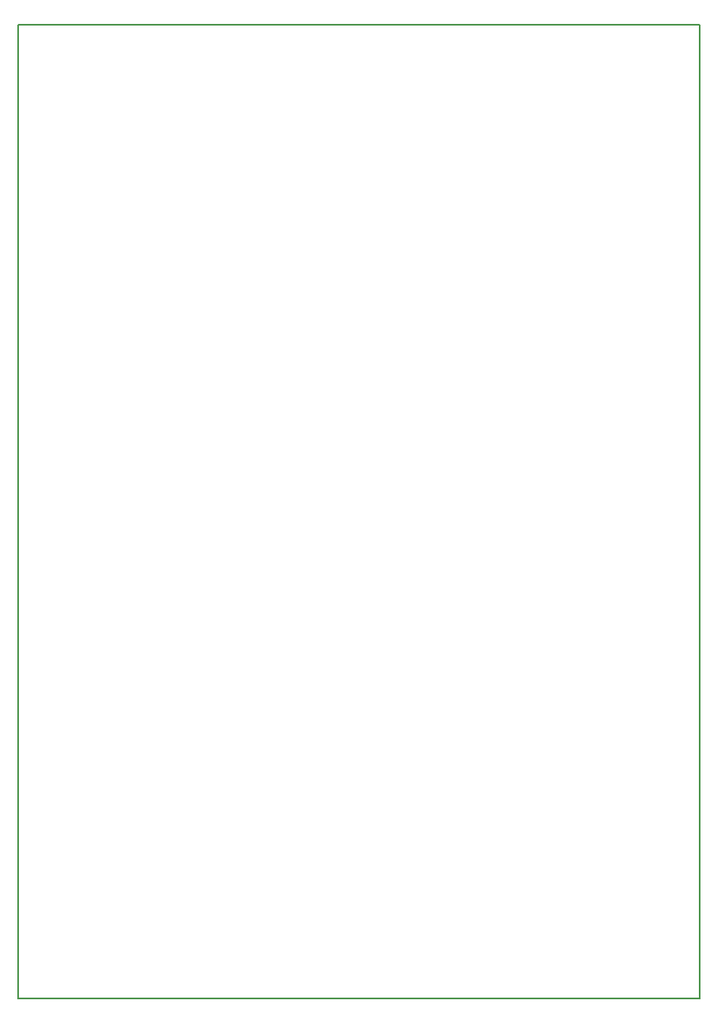
<source format=gbr>
%TF.GenerationSoftware,KiCad,Pcbnew,(5.1.8)-1*%
%TF.CreationDate,2021-03-28T00:11:49-03:00*%
%TF.ProjectId,PIC18F4550,50494331-3846-4343-9535-302e6b696361,rev?*%
%TF.SameCoordinates,Original*%
%TF.FileFunction,Profile,NP*%
%FSLAX46Y46*%
G04 Gerber Fmt 4.6, Leading zero omitted, Abs format (unit mm)*
G04 Created by KiCad (PCBNEW (5.1.8)-1) date 2021-03-28 00:11:49*
%MOMM*%
%LPD*%
G01*
G04 APERTURE LIST*
%TA.AperFunction,Profile*%
%ADD10C,0.200000*%
%TD*%
G04 APERTURE END LIST*
D10*
X192025000Y-47875000D02*
X122025000Y-47875000D01*
X192025000Y-147875000D02*
X192025000Y-47875000D01*
X122025000Y-47875000D02*
X122025000Y-147875000D01*
X122025000Y-147875000D02*
X192025000Y-147875000D01*
M02*

</source>
